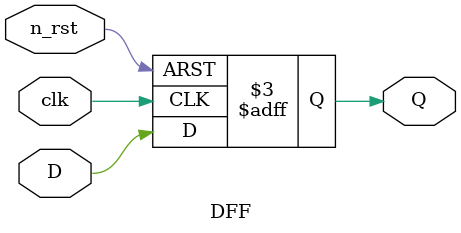
<source format=v>
module DFF(D,clk,n_rst,Q);
input D; // Data input 
input clk; // clock input 
input n_rst; // asynchronous reset low level 
output reg Q; // output Q 
always @(posedge clk or negedge n_rst) 
begin
 if(n_rst==1'b0)
  Q <= 1'b0; 
 else 
  Q <= D; 
end 
endmodule 

</source>
